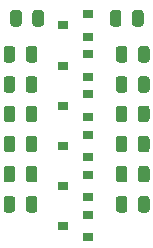
<source format=gbr>
G04 #@! TF.GenerationSoftware,KiCad,Pcbnew,(5.1.9)-1*
G04 #@! TF.CreationDate,2021-04-25T10:49:25+05:30*
G04 #@! TF.ProjectId,LOGIC LEVEL SHIFTER,4c4f4749-4320-44c4-9556-454c20534849,rev?*
G04 #@! TF.SameCoordinates,Original*
G04 #@! TF.FileFunction,Paste,Top*
G04 #@! TF.FilePolarity,Positive*
%FSLAX46Y46*%
G04 Gerber Fmt 4.6, Leading zero omitted, Abs format (unit mm)*
G04 Created by KiCad (PCBNEW (5.1.9)-1) date 2021-04-25 10:49:25*
%MOMM*%
%LPD*%
G01*
G04 APERTURE LIST*
%ADD10R,0.899160X0.797560*%
G04 APERTURE END LIST*
G36*
G01*
X4612500Y806250D02*
X4612500Y-106250D01*
G75*
G02*
X4368750Y-350000I-243750J0D01*
G01*
X3881250Y-350000D01*
G75*
G02*
X3637500Y-106250I0J243750D01*
G01*
X3637500Y806250D01*
G75*
G02*
X3881250Y1050000I243750J0D01*
G01*
X4368750Y1050000D01*
G75*
G02*
X4612500Y806250I0J-243750D01*
G01*
G37*
G36*
G01*
X6487500Y806250D02*
X6487500Y-106250D01*
G75*
G02*
X6243750Y-350000I-243750J0D01*
G01*
X5756250Y-350000D01*
G75*
G02*
X5512500Y-106250I0J243750D01*
G01*
X5512500Y806250D01*
G75*
G02*
X5756250Y1050000I243750J0D01*
G01*
X6243750Y1050000D01*
G75*
G02*
X6487500Y806250I0J-243750D01*
G01*
G37*
G36*
G01*
X3075000Y-15856250D02*
X3075000Y-14943750D01*
G75*
G02*
X3318750Y-14700000I243750J0D01*
G01*
X3806250Y-14700000D01*
G75*
G02*
X4050000Y-14943750I0J-243750D01*
G01*
X4050000Y-15856250D01*
G75*
G02*
X3806250Y-16100000I-243750J0D01*
G01*
X3318750Y-16100000D01*
G75*
G02*
X3075000Y-15856250I0J243750D01*
G01*
G37*
G36*
G01*
X4950000Y-15856250D02*
X4950000Y-14943750D01*
G75*
G02*
X5193750Y-14700000I243750J0D01*
G01*
X5681250Y-14700000D01*
G75*
G02*
X5925000Y-14943750I0J-243750D01*
G01*
X5925000Y-15856250D01*
G75*
G02*
X5681250Y-16100000I-243750J0D01*
G01*
X5193750Y-16100000D01*
G75*
G02*
X4950000Y-15856250I0J243750D01*
G01*
G37*
G36*
G01*
X4950000Y-10756250D02*
X4950000Y-9843750D01*
G75*
G02*
X5193750Y-9600000I243750J0D01*
G01*
X5681250Y-9600000D01*
G75*
G02*
X5925000Y-9843750I0J-243750D01*
G01*
X5925000Y-10756250D01*
G75*
G02*
X5681250Y-11000000I-243750J0D01*
G01*
X5193750Y-11000000D01*
G75*
G02*
X4950000Y-10756250I0J243750D01*
G01*
G37*
G36*
G01*
X3075000Y-10756250D02*
X3075000Y-9843750D01*
G75*
G02*
X3318750Y-9600000I243750J0D01*
G01*
X3806250Y-9600000D01*
G75*
G02*
X4050000Y-9843750I0J-243750D01*
G01*
X4050000Y-10756250D01*
G75*
G02*
X3806250Y-11000000I-243750J0D01*
G01*
X3318750Y-11000000D01*
G75*
G02*
X3075000Y-10756250I0J243750D01*
G01*
G37*
G36*
G01*
X4950000Y-5706250D02*
X4950000Y-4793750D01*
G75*
G02*
X5193750Y-4550000I243750J0D01*
G01*
X5681250Y-4550000D01*
G75*
G02*
X5925000Y-4793750I0J-243750D01*
G01*
X5925000Y-5706250D01*
G75*
G02*
X5681250Y-5950000I-243750J0D01*
G01*
X5193750Y-5950000D01*
G75*
G02*
X4950000Y-5706250I0J243750D01*
G01*
G37*
G36*
G01*
X3075000Y-5706250D02*
X3075000Y-4793750D01*
G75*
G02*
X3318750Y-4550000I243750J0D01*
G01*
X3806250Y-4550000D01*
G75*
G02*
X4050000Y-4793750I0J-243750D01*
G01*
X4050000Y-5706250D01*
G75*
G02*
X3806250Y-5950000I-243750J0D01*
G01*
X3318750Y-5950000D01*
G75*
G02*
X3075000Y-5706250I0J243750D01*
G01*
G37*
G36*
G01*
X14450000Y-15856250D02*
X14450000Y-14943750D01*
G75*
G02*
X14693750Y-14700000I243750J0D01*
G01*
X15181250Y-14700000D01*
G75*
G02*
X15425000Y-14943750I0J-243750D01*
G01*
X15425000Y-15856250D01*
G75*
G02*
X15181250Y-16100000I-243750J0D01*
G01*
X14693750Y-16100000D01*
G75*
G02*
X14450000Y-15856250I0J243750D01*
G01*
G37*
G36*
G01*
X12575000Y-15856250D02*
X12575000Y-14943750D01*
G75*
G02*
X12818750Y-14700000I243750J0D01*
G01*
X13306250Y-14700000D01*
G75*
G02*
X13550000Y-14943750I0J-243750D01*
G01*
X13550000Y-15856250D01*
G75*
G02*
X13306250Y-16100000I-243750J0D01*
G01*
X12818750Y-16100000D01*
G75*
G02*
X12575000Y-15856250I0J243750D01*
G01*
G37*
G36*
G01*
X14450000Y-10756250D02*
X14450000Y-9843750D01*
G75*
G02*
X14693750Y-9600000I243750J0D01*
G01*
X15181250Y-9600000D01*
G75*
G02*
X15425000Y-9843750I0J-243750D01*
G01*
X15425000Y-10756250D01*
G75*
G02*
X15181250Y-11000000I-243750J0D01*
G01*
X14693750Y-11000000D01*
G75*
G02*
X14450000Y-10756250I0J243750D01*
G01*
G37*
G36*
G01*
X12575000Y-10756250D02*
X12575000Y-9843750D01*
G75*
G02*
X12818750Y-9600000I243750J0D01*
G01*
X13306250Y-9600000D01*
G75*
G02*
X13550000Y-9843750I0J-243750D01*
G01*
X13550000Y-10756250D01*
G75*
G02*
X13306250Y-11000000I-243750J0D01*
G01*
X12818750Y-11000000D01*
G75*
G02*
X12575000Y-10756250I0J243750D01*
G01*
G37*
G36*
G01*
X14450000Y-5706250D02*
X14450000Y-4793750D01*
G75*
G02*
X14693750Y-4550000I243750J0D01*
G01*
X15181250Y-4550000D01*
G75*
G02*
X15425000Y-4793750I0J-243750D01*
G01*
X15425000Y-5706250D01*
G75*
G02*
X15181250Y-5950000I-243750J0D01*
G01*
X14693750Y-5950000D01*
G75*
G02*
X14450000Y-5706250I0J243750D01*
G01*
G37*
G36*
G01*
X12575000Y-5706250D02*
X12575000Y-4793750D01*
G75*
G02*
X12818750Y-4550000I243750J0D01*
G01*
X13306250Y-4550000D01*
G75*
G02*
X13550000Y-4793750I0J-243750D01*
G01*
X13550000Y-5706250D01*
G75*
G02*
X13306250Y-5950000I-243750J0D01*
G01*
X12818750Y-5950000D01*
G75*
G02*
X12575000Y-5706250I0J243750D01*
G01*
G37*
G36*
G01*
X4950000Y-13306250D02*
X4950000Y-12393750D01*
G75*
G02*
X5193750Y-12150000I243750J0D01*
G01*
X5681250Y-12150000D01*
G75*
G02*
X5925000Y-12393750I0J-243750D01*
G01*
X5925000Y-13306250D01*
G75*
G02*
X5681250Y-13550000I-243750J0D01*
G01*
X5193750Y-13550000D01*
G75*
G02*
X4950000Y-13306250I0J243750D01*
G01*
G37*
G36*
G01*
X3075000Y-13306250D02*
X3075000Y-12393750D01*
G75*
G02*
X3318750Y-12150000I243750J0D01*
G01*
X3806250Y-12150000D01*
G75*
G02*
X4050000Y-12393750I0J-243750D01*
G01*
X4050000Y-13306250D01*
G75*
G02*
X3806250Y-13550000I-243750J0D01*
G01*
X3318750Y-13550000D01*
G75*
G02*
X3075000Y-13306250I0J243750D01*
G01*
G37*
G36*
G01*
X4950000Y-8206250D02*
X4950000Y-7293750D01*
G75*
G02*
X5193750Y-7050000I243750J0D01*
G01*
X5681250Y-7050000D01*
G75*
G02*
X5925000Y-7293750I0J-243750D01*
G01*
X5925000Y-8206250D01*
G75*
G02*
X5681250Y-8450000I-243750J0D01*
G01*
X5193750Y-8450000D01*
G75*
G02*
X4950000Y-8206250I0J243750D01*
G01*
G37*
G36*
G01*
X3075000Y-8206250D02*
X3075000Y-7293750D01*
G75*
G02*
X3318750Y-7050000I243750J0D01*
G01*
X3806250Y-7050000D01*
G75*
G02*
X4050000Y-7293750I0J-243750D01*
G01*
X4050000Y-8206250D01*
G75*
G02*
X3806250Y-8450000I-243750J0D01*
G01*
X3318750Y-8450000D01*
G75*
G02*
X3075000Y-8206250I0J243750D01*
G01*
G37*
G36*
G01*
X4950000Y-3156250D02*
X4950000Y-2243750D01*
G75*
G02*
X5193750Y-2000000I243750J0D01*
G01*
X5681250Y-2000000D01*
G75*
G02*
X5925000Y-2243750I0J-243750D01*
G01*
X5925000Y-3156250D01*
G75*
G02*
X5681250Y-3400000I-243750J0D01*
G01*
X5193750Y-3400000D01*
G75*
G02*
X4950000Y-3156250I0J243750D01*
G01*
G37*
G36*
G01*
X3075000Y-3156250D02*
X3075000Y-2243750D01*
G75*
G02*
X3318750Y-2000000I243750J0D01*
G01*
X3806250Y-2000000D01*
G75*
G02*
X4050000Y-2243750I0J-243750D01*
G01*
X4050000Y-3156250D01*
G75*
G02*
X3806250Y-3400000I-243750J0D01*
G01*
X3318750Y-3400000D01*
G75*
G02*
X3075000Y-3156250I0J243750D01*
G01*
G37*
G36*
G01*
X14450000Y-13306250D02*
X14450000Y-12393750D01*
G75*
G02*
X14693750Y-12150000I243750J0D01*
G01*
X15181250Y-12150000D01*
G75*
G02*
X15425000Y-12393750I0J-243750D01*
G01*
X15425000Y-13306250D01*
G75*
G02*
X15181250Y-13550000I-243750J0D01*
G01*
X14693750Y-13550000D01*
G75*
G02*
X14450000Y-13306250I0J243750D01*
G01*
G37*
G36*
G01*
X12575000Y-13306250D02*
X12575000Y-12393750D01*
G75*
G02*
X12818750Y-12150000I243750J0D01*
G01*
X13306250Y-12150000D01*
G75*
G02*
X13550000Y-12393750I0J-243750D01*
G01*
X13550000Y-13306250D01*
G75*
G02*
X13306250Y-13550000I-243750J0D01*
G01*
X12818750Y-13550000D01*
G75*
G02*
X12575000Y-13306250I0J243750D01*
G01*
G37*
G36*
G01*
X14450000Y-8206250D02*
X14450000Y-7293750D01*
G75*
G02*
X14693750Y-7050000I243750J0D01*
G01*
X15181250Y-7050000D01*
G75*
G02*
X15425000Y-7293750I0J-243750D01*
G01*
X15425000Y-8206250D01*
G75*
G02*
X15181250Y-8450000I-243750J0D01*
G01*
X14693750Y-8450000D01*
G75*
G02*
X14450000Y-8206250I0J243750D01*
G01*
G37*
G36*
G01*
X12575000Y-8206250D02*
X12575000Y-7293750D01*
G75*
G02*
X12818750Y-7050000I243750J0D01*
G01*
X13306250Y-7050000D01*
G75*
G02*
X13550000Y-7293750I0J-243750D01*
G01*
X13550000Y-8206250D01*
G75*
G02*
X13306250Y-8450000I-243750J0D01*
G01*
X12818750Y-8450000D01*
G75*
G02*
X12575000Y-8206250I0J243750D01*
G01*
G37*
G36*
G01*
X14450000Y-3156250D02*
X14450000Y-2243750D01*
G75*
G02*
X14693750Y-2000000I243750J0D01*
G01*
X15181250Y-2000000D01*
G75*
G02*
X15425000Y-2243750I0J-243750D01*
G01*
X15425000Y-3156250D01*
G75*
G02*
X15181250Y-3400000I-243750J0D01*
G01*
X14693750Y-3400000D01*
G75*
G02*
X14450000Y-3156250I0J243750D01*
G01*
G37*
G36*
G01*
X12575000Y-3156250D02*
X12575000Y-2243750D01*
G75*
G02*
X12818750Y-2000000I243750J0D01*
G01*
X13306250Y-2000000D01*
G75*
G02*
X13550000Y-2243750I0J-243750D01*
G01*
X13550000Y-3156250D01*
G75*
G02*
X13306250Y-3400000I-243750J0D01*
G01*
X12818750Y-3400000D01*
G75*
G02*
X12575000Y-3156250I0J243750D01*
G01*
G37*
D10*
X8110180Y-17250000D03*
X10208220Y-16300040D03*
X10208220Y-18199960D03*
X8110180Y-10450000D03*
X10208220Y-9500040D03*
X10208220Y-11399960D03*
X8110180Y-3650000D03*
X10208220Y-2700040D03*
X10208220Y-4599960D03*
X8110180Y-13850000D03*
X10208220Y-12900040D03*
X10208220Y-14799960D03*
X8110180Y-7050000D03*
X10208220Y-6100040D03*
X10208220Y-7999960D03*
X8110180Y-250000D03*
X10208220Y699960D03*
X10208220Y-1199960D03*
G36*
G01*
X13050000Y806250D02*
X13050000Y-106250D01*
G75*
G02*
X12806250Y-350000I-243750J0D01*
G01*
X12318750Y-350000D01*
G75*
G02*
X12075000Y-106250I0J243750D01*
G01*
X12075000Y806250D01*
G75*
G02*
X12318750Y1050000I243750J0D01*
G01*
X12806250Y1050000D01*
G75*
G02*
X13050000Y806250I0J-243750D01*
G01*
G37*
G36*
G01*
X14925000Y806250D02*
X14925000Y-106250D01*
G75*
G02*
X14681250Y-350000I-243750J0D01*
G01*
X14193750Y-350000D01*
G75*
G02*
X13950000Y-106250I0J243750D01*
G01*
X13950000Y806250D01*
G75*
G02*
X14193750Y1050000I243750J0D01*
G01*
X14681250Y1050000D01*
G75*
G02*
X14925000Y806250I0J-243750D01*
G01*
G37*
M02*

</source>
